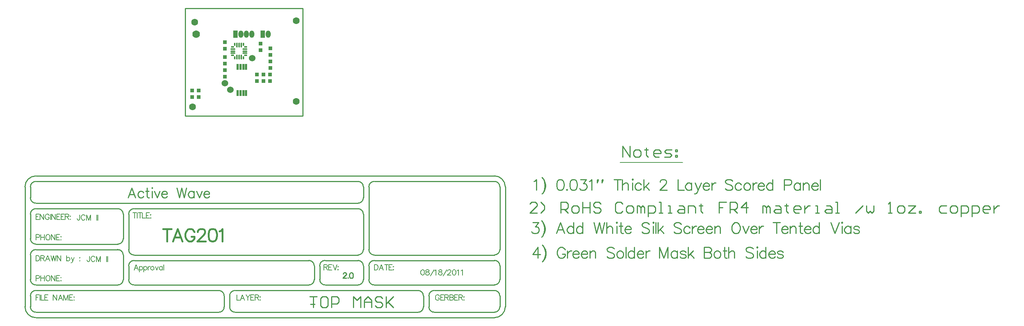
<source format=gts>
%FSLAX25Y25*%
%MOIN*%
G70*
G01*
G75*
G04 Layer_Color=8388736*
%ADD10R,0.03000X0.03000*%
%ADD11C,0.05000*%
%ADD12R,0.01550X0.05000*%
G04:AMPARAMS|DCode=13|XSize=39.37mil|YSize=9.84mil|CornerRadius=2.46mil|HoleSize=0mil|Usage=FLASHONLY|Rotation=0.000|XOffset=0mil|YOffset=0mil|HoleType=Round|Shape=RoundedRectangle|*
%AMROUNDEDRECTD13*
21,1,0.03937,0.00492,0,0,0.0*
21,1,0.03445,0.00984,0,0,0.0*
1,1,0.00492,0.01722,-0.00246*
1,1,0.00492,-0.01722,-0.00246*
1,1,0.00492,-0.01722,0.00246*
1,1,0.00492,0.01722,0.00246*
%
%ADD13ROUNDEDRECTD13*%
G04:AMPARAMS|DCode=14|XSize=39.37mil|YSize=9.84mil|CornerRadius=2.46mil|HoleSize=0mil|Usage=FLASHONLY|Rotation=90.000|XOffset=0mil|YOffset=0mil|HoleType=Round|Shape=RoundedRectangle|*
%AMROUNDEDRECTD14*
21,1,0.03937,0.00492,0,0,90.0*
21,1,0.03445,0.00984,0,0,90.0*
1,1,0.00492,0.00246,0.01722*
1,1,0.00492,0.00246,-0.01722*
1,1,0.00492,-0.00246,-0.01722*
1,1,0.00492,-0.00246,0.01722*
%
%ADD14ROUNDEDRECTD14*%
G04:AMPARAMS|DCode=15|XSize=25.59mil|YSize=9.84mil|CornerRadius=0mil|HoleSize=0mil|Usage=FLASHONLY|Rotation=90.000|XOffset=0mil|YOffset=0mil|HoleType=Round|Shape=Octagon|*
%AMOCTAGOND15*
4,1,8,0.00246,0.01280,-0.00246,0.01280,-0.00492,0.01034,-0.00492,-0.01034,-0.00246,-0.01280,0.00246,-0.01280,0.00492,-0.01034,0.00492,0.01034,0.00246,0.01280,0.0*
%
%ADD15OCTAGOND15*%

G04:AMPARAMS|DCode=16|XSize=25.59mil|YSize=9.84mil|CornerRadius=0mil|HoleSize=0mil|Usage=FLASHONLY|Rotation=180.000|XOffset=0mil|YOffset=0mil|HoleType=Round|Shape=Octagon|*
%AMOCTAGOND16*
4,1,8,-0.01280,0.00246,-0.01280,-0.00246,-0.01034,-0.00492,0.01034,-0.00492,0.01280,-0.00246,0.01280,0.00246,0.01034,0.00492,-0.01034,0.00492,-0.01280,0.00246,0.0*
%
%ADD16OCTAGOND16*%

%ADD17C,0.01000*%
%ADD18C,0.00800*%
%ADD19C,0.01200*%
%ADD20C,0.02000*%
%ADD21C,0.00500*%
%ADD22C,0.01500*%
%ADD23C,0.00900*%
%ADD24C,0.05200*%
%ADD25R,0.04000X0.06200*%
%ADD26O,0.04000X0.06200*%
%ADD27C,0.05500*%
%ADD28C,0.02600*%
%ADD29R,0.13000X0.34000*%
%ADD30C,0.06000*%
%ADD31C,0.07000*%
%ADD32R,0.03800X0.03800*%
%ADD33C,0.05800*%
%ADD34R,0.01850X0.05300*%
G04:AMPARAMS|DCode=35|XSize=43.37mil|YSize=13.84mil|CornerRadius=4.46mil|HoleSize=0mil|Usage=FLASHONLY|Rotation=0.000|XOffset=0mil|YOffset=0mil|HoleType=Round|Shape=RoundedRectangle|*
%AMROUNDEDRECTD35*
21,1,0.04337,0.00492,0,0,0.0*
21,1,0.03445,0.01384,0,0,0.0*
1,1,0.00892,0.01722,-0.00246*
1,1,0.00892,-0.01722,-0.00246*
1,1,0.00892,-0.01722,0.00246*
1,1,0.00892,0.01722,0.00246*
%
%ADD35ROUNDEDRECTD35*%
G04:AMPARAMS|DCode=36|XSize=43.37mil|YSize=13.84mil|CornerRadius=4.46mil|HoleSize=0mil|Usage=FLASHONLY|Rotation=90.000|XOffset=0mil|YOffset=0mil|HoleType=Round|Shape=RoundedRectangle|*
%AMROUNDEDRECTD36*
21,1,0.04337,0.00492,0,0,90.0*
21,1,0.03445,0.01384,0,0,90.0*
1,1,0.00892,0.00246,0.01722*
1,1,0.00892,0.00246,-0.01722*
1,1,0.00892,-0.00246,-0.01722*
1,1,0.00892,-0.00246,0.01722*
%
%ADD36ROUNDEDRECTD36*%
G04:AMPARAMS|DCode=37|XSize=29.19mil|YSize=13.44mil|CornerRadius=0mil|HoleSize=0mil|Usage=FLASHONLY|Rotation=90.000|XOffset=0mil|YOffset=0mil|HoleType=Round|Shape=Octagon|*
%AMOCTAGOND37*
4,1,8,0.00336,0.01460,-0.00336,0.01460,-0.00672,0.01124,-0.00672,-0.01124,-0.00336,-0.01460,0.00336,-0.01460,0.00672,-0.01124,0.00672,0.01124,0.00336,0.01460,0.0*
%
%ADD37OCTAGOND37*%

G04:AMPARAMS|DCode=38|XSize=29.19mil|YSize=13.44mil|CornerRadius=0mil|HoleSize=0mil|Usage=FLASHONLY|Rotation=180.000|XOffset=0mil|YOffset=0mil|HoleType=Round|Shape=Octagon|*
%AMOCTAGOND38*
4,1,8,-0.01460,0.00336,-0.01460,-0.00336,-0.01124,-0.00672,0.01124,-0.00672,0.01460,-0.00336,0.01460,0.00336,0.01124,0.00672,-0.01124,0.00672,-0.01460,0.00336,0.0*
%
%ADD38OCTAGOND38*%

%ADD39R,0.04400X0.06600*%
%ADD40O,0.04400X0.06600*%
%ADD41C,0.06300*%
D17*
X114200Y-165503D02*
X120864D01*
X117532D01*
Y-175500D01*
X129195Y-165503D02*
X125863D01*
X124197Y-167169D01*
Y-173834D01*
X125863Y-175500D01*
X129195D01*
X130861Y-173834D01*
Y-167169D01*
X129195Y-165503D01*
X134194Y-175500D02*
Y-165503D01*
X139192D01*
X140858Y-167169D01*
Y-170502D01*
X139192Y-172168D01*
X134194D01*
X154187Y-175500D02*
Y-165503D01*
X157519Y-168835D01*
X160852Y-165503D01*
Y-175500D01*
X164184D02*
Y-168835D01*
X167516Y-165503D01*
X170848Y-168835D01*
Y-175500D01*
Y-170502D01*
X164184D01*
X180845Y-167169D02*
X179179Y-165503D01*
X175847D01*
X174181Y-167169D01*
Y-168835D01*
X175847Y-170502D01*
X179179D01*
X180845Y-172168D01*
Y-173834D01*
X179179Y-175500D01*
X175847D01*
X174181Y-173834D01*
X184177Y-165503D02*
Y-175500D01*
Y-172168D01*
X190842Y-165503D01*
X185844Y-170502D01*
X190842Y-175500D01*
X0Y98803D02*
X107753D01*
Y-100D02*
Y98803D01*
X114695Y-172498D02*
X118632D01*
X0Y-100D02*
Y98800D01*
Y-100D02*
X107753D01*
X288306Y-137340D02*
G03*
X283406Y-132440I-4900J0D01*
G01*
X173240Y-132514D02*
G03*
X168240Y-137514I0J-5000D01*
G01*
X283306Y-127440D02*
G03*
X288306Y-122440I0J5000D01*
G01*
X168240Y-122514D02*
G03*
X173240Y-127514I5000J0D01*
G01*
X-136760Y-55014D02*
G03*
X-146760Y-65014I0J-10000D01*
G01*
Y-174914D02*
G03*
X-136837Y-185012I10100J0D01*
G01*
X293238Y-64957D02*
G03*
X283238Y-54957I-10000J0D01*
G01*
X288238Y-64857D02*
G03*
X283167Y-59960I-4900J0D01*
G01*
X283306Y-154940D02*
G03*
X288306Y-149940I0J5000D01*
G01*
X288240Y-164927D02*
G03*
X283240Y-160013I-5000J-87D01*
G01*
X158240Y-155014D02*
G03*
X163240Y-150014I0J5000D01*
G01*
X168240Y-150114D02*
G03*
X173225Y-155013I4900J0D01*
G01*
X163240Y-137414D02*
G03*
X158340Y-132514I-4900J0D01*
G01*
X-141760Y-175014D02*
G03*
X-136848Y-180013I5000J0D01*
G01*
X158327Y-127514D02*
G03*
X163241Y-122514I-87J5000D01*
G01*
X-136760Y-160014D02*
G03*
X-141760Y-165014I0J-5000D01*
G01*
X163240Y-90014D02*
G03*
X158240Y-85014I-5000J0D01*
G01*
Y-80014D02*
G03*
X163240Y-75014I0J5000D01*
G01*
X173240Y-60014D02*
G03*
X168240Y-65014I0J-5000D01*
G01*
X163240Y-65014D02*
G03*
X158240Y-60014I-5000J0D01*
G01*
X-136760Y-60014D02*
G03*
X-141760Y-65014I0J-5000D01*
G01*
Y-75014D02*
G03*
X-136760Y-80014I5000J0D01*
G01*
Y-85014D02*
G03*
X-141760Y-90014I0J-5000D01*
G01*
Y-112514D02*
G03*
X-136760Y-117514I5000J0D01*
G01*
Y-122514D02*
G03*
X-141760Y-127514I0J-5000D01*
G01*
X-141760Y-150014D02*
G03*
X-136848Y-155013I5000J0D01*
G01*
X-46760Y-85014D02*
G03*
X-51760Y-90014I0J-5000D01*
G01*
X-46760Y-132514D02*
G03*
X-51760Y-137514I0J-5000D01*
G01*
X128040Y-132514D02*
G03*
X123246Y-137565I0J-4800D01*
G01*
X123240Y-149914D02*
G03*
X128251Y-155013I5100J0D01*
G01*
X113340Y-155014D02*
G03*
X118239Y-150029I0J4900D01*
G01*
X118240Y-137414D02*
G03*
X113340Y-132514I-4900J0D01*
G01*
X-61660Y-155014D02*
G03*
X-56760Y-150114I0J4900D01*
G01*
X-51760D02*
G03*
X-46860Y-155014I4900J0D01*
G01*
X-51760Y-122614D02*
G03*
X-46860Y-127514I4900J0D01*
G01*
X-56760Y-127414D02*
G03*
X-61831Y-122517I-4900J0D01*
G01*
X-61560Y-117514D02*
G03*
X-56760Y-112714I0J4800D01*
G01*
Y-89914D02*
G03*
X-61660Y-85014I-4900J0D01*
G01*
X228240Y-160014D02*
G03*
X223240Y-165014I0J-5000D01*
G01*
Y-175114D02*
G03*
X228225Y-180013I4900J0D01*
G01*
X213356Y-180014D02*
G03*
X218238Y-175047I84J4800D01*
G01*
X218240Y-165014D02*
G03*
X213240Y-160014I-5000J0D01*
G01*
X40740Y-175014D02*
G03*
X45652Y-180013I5000J0D01*
G01*
X45740Y-160014D02*
G03*
X40740Y-165014I0J-5000D01*
G01*
X30856Y-180014D02*
G03*
X35738Y-175047I84J4800D01*
G01*
X35740Y-165014D02*
G03*
X30740Y-160014I-5000J0D01*
G01*
X283240Y-180014D02*
G03*
X288240Y-175014I0J5000D01*
G01*
X283240Y-185014D02*
G03*
X293240Y-175014I0J10000D01*
G01*
X45740Y-180014D02*
X213240D01*
X-136760Y-180014D02*
X30740D01*
X-136760Y-160014D02*
X30740D01*
X45740D02*
X213240D01*
X228240Y-180014D02*
X283240D01*
X228240Y-160014D02*
X283240D01*
X-136760Y-60014D02*
X158240D01*
X-136760Y-185014D02*
X283240D01*
X-136760Y-155014D02*
X-61760D01*
X-136760Y-122514D02*
X-61760D01*
X-136760Y-117514D02*
X-61760D01*
X-136760Y-85014D02*
X-61760D01*
X-136760Y-80014D02*
X158240D01*
X-46760Y-85014D02*
X158240D01*
X-46760Y-132514D02*
X113240D01*
X-46760Y-155014D02*
X113240D01*
X128240D02*
X158240D01*
X128240Y-132514D02*
X158240D01*
X173240Y-155014D02*
X283240D01*
X173240Y-60014D02*
X283240D01*
X-46760Y-127514D02*
X158240D01*
X173240D02*
X283240D01*
X173240Y-132514D02*
X283240D01*
X35740Y-175014D02*
Y-165014D01*
X40740Y-175014D02*
Y-165014D01*
X218240Y-175014D02*
Y-165014D01*
X223240Y-175014D02*
Y-165014D01*
X293240Y-175014D02*
Y-65014D01*
X-141760Y-150014D02*
Y-127514D01*
X-56760Y-150014D02*
Y-127514D01*
X-141760Y-112514D02*
Y-90014D01*
X-56760Y-112514D02*
Y-90014D01*
X-141760Y-75014D02*
Y-65014D01*
X163240Y-75014D02*
Y-65014D01*
Y-122514D02*
Y-90014D01*
X-51760Y-122514D02*
Y-90014D01*
X118240Y-150014D02*
Y-137514D01*
X-51760Y-150014D02*
Y-137514D01*
X123240Y-150014D02*
Y-137514D01*
X163240Y-150014D02*
Y-137514D01*
X-141760Y-175014D02*
Y-165014D01*
X-146760Y-175014D02*
Y-65014D01*
X168240Y-122514D02*
Y-65014D01*
X288240Y-122514D02*
Y-65014D01*
X168240Y-150014D02*
Y-137514D01*
X288306Y-149940D02*
Y-137340D01*
X-136760Y-55014D02*
X283240D01*
X288240Y-175014D02*
Y-165014D01*
X323027Y-120328D02*
X318266Y-126993D01*
X325408D01*
X323027Y-120328D02*
Y-130326D01*
X327169Y-118424D02*
X328121Y-119376D01*
X329073Y-120804D01*
X330026Y-122709D01*
X330502Y-125089D01*
Y-126993D01*
X330026Y-129374D01*
X329073Y-131278D01*
X328121Y-132706D01*
X327169Y-133659D01*
X328121Y-119376D02*
X329073Y-121280D01*
X329549Y-122709D01*
X330026Y-125089D01*
Y-126993D01*
X329549Y-129374D01*
X329073Y-130802D01*
X328121Y-132706D01*
X347926Y-122709D02*
X347450Y-121756D01*
X346498Y-120804D01*
X345546Y-120328D01*
X343642D01*
X342689Y-120804D01*
X341737Y-121756D01*
X341261Y-122709D01*
X340785Y-124137D01*
Y-126517D01*
X341261Y-127945D01*
X341737Y-128898D01*
X342689Y-129850D01*
X343642Y-130326D01*
X345546D01*
X346498Y-129850D01*
X347450Y-128898D01*
X347926Y-127945D01*
Y-126517D01*
X345546D02*
X347926D01*
X350212Y-123661D02*
Y-130326D01*
Y-126517D02*
X350688Y-125089D01*
X351640Y-124137D01*
X352592Y-123661D01*
X354020D01*
X354925Y-126517D02*
X360638D01*
Y-125565D01*
X360162Y-124613D01*
X359686Y-124137D01*
X358734Y-123661D01*
X357305D01*
X356353Y-124137D01*
X355401Y-125089D01*
X354925Y-126517D01*
Y-127470D01*
X355401Y-128898D01*
X356353Y-129850D01*
X357305Y-130326D01*
X358734D01*
X359686Y-129850D01*
X360638Y-128898D01*
X362780Y-126517D02*
X368494D01*
Y-125565D01*
X368017Y-124613D01*
X367541Y-124137D01*
X366589Y-123661D01*
X365161D01*
X364209Y-124137D01*
X363257Y-125089D01*
X362780Y-126517D01*
Y-127470D01*
X363257Y-128898D01*
X364209Y-129850D01*
X365161Y-130326D01*
X366589D01*
X367541Y-129850D01*
X368494Y-128898D01*
X370636Y-123661D02*
Y-130326D01*
Y-125565D02*
X372064Y-124137D01*
X373016Y-123661D01*
X374445D01*
X375397Y-124137D01*
X375873Y-125565D01*
Y-130326D01*
X393012Y-121756D02*
X392060Y-120804D01*
X390632Y-120328D01*
X388727D01*
X387299Y-120804D01*
X386347Y-121756D01*
Y-122709D01*
X386823Y-123661D01*
X387299Y-124137D01*
X388251Y-124613D01*
X391108Y-125565D01*
X392060Y-126041D01*
X392536Y-126517D01*
X393012Y-127470D01*
Y-128898D01*
X392060Y-129850D01*
X390632Y-130326D01*
X388727D01*
X387299Y-129850D01*
X386347Y-128898D01*
X397630Y-123661D02*
X396678Y-124137D01*
X395726Y-125089D01*
X395250Y-126517D01*
Y-127470D01*
X395726Y-128898D01*
X396678Y-129850D01*
X397630Y-130326D01*
X399058D01*
X400010Y-129850D01*
X400963Y-128898D01*
X401439Y-127470D01*
Y-126517D01*
X400963Y-125089D01*
X400010Y-124137D01*
X399058Y-123661D01*
X397630D01*
X403629Y-120328D02*
Y-130326D01*
X411437Y-120328D02*
Y-130326D01*
Y-125089D02*
X410485Y-124137D01*
X409532Y-123661D01*
X408104D01*
X407152Y-124137D01*
X406200Y-125089D01*
X405724Y-126517D01*
Y-127470D01*
X406200Y-128898D01*
X407152Y-129850D01*
X408104Y-130326D01*
X409532D01*
X410485Y-129850D01*
X411437Y-128898D01*
X414103Y-126517D02*
X419816D01*
Y-125565D01*
X419340Y-124613D01*
X418864Y-124137D01*
X417911Y-123661D01*
X416483D01*
X415531Y-124137D01*
X414579Y-125089D01*
X414103Y-126517D01*
Y-127470D01*
X414579Y-128898D01*
X415531Y-129850D01*
X416483Y-130326D01*
X417911D01*
X418864Y-129850D01*
X419816Y-128898D01*
X421958Y-123661D02*
Y-130326D01*
Y-126517D02*
X422434Y-125089D01*
X423386Y-124137D01*
X424339Y-123661D01*
X425767D01*
X434527Y-120328D02*
Y-130326D01*
Y-120328D02*
X438336Y-130326D01*
X442144Y-120328D02*
X438336Y-130326D01*
X442144Y-120328D02*
Y-130326D01*
X450714Y-123661D02*
Y-130326D01*
Y-125089D02*
X449762Y-124137D01*
X448810Y-123661D01*
X447381D01*
X446429Y-124137D01*
X445477Y-125089D01*
X445001Y-126517D01*
Y-127470D01*
X445477Y-128898D01*
X446429Y-129850D01*
X447381Y-130326D01*
X448810D01*
X449762Y-129850D01*
X450714Y-128898D01*
X458617Y-125089D02*
X458141Y-124137D01*
X456713Y-123661D01*
X455284D01*
X453856Y-124137D01*
X453380Y-125089D01*
X453856Y-126041D01*
X454808Y-126517D01*
X457189Y-126993D01*
X458141Y-127470D01*
X458617Y-128422D01*
Y-128898D01*
X458141Y-129850D01*
X456713Y-130326D01*
X455284D01*
X453856Y-129850D01*
X453380Y-128898D01*
X460712Y-120328D02*
Y-130326D01*
X465473Y-123661D02*
X460712Y-128422D01*
X462616Y-126517D02*
X465949Y-130326D01*
X475375Y-120328D02*
Y-130326D01*
Y-120328D02*
X479660D01*
X481088Y-120804D01*
X481565Y-121280D01*
X482041Y-122232D01*
Y-123185D01*
X481565Y-124137D01*
X481088Y-124613D01*
X479660Y-125089D01*
X475375D02*
X479660D01*
X481088Y-125565D01*
X481565Y-126041D01*
X482041Y-126993D01*
Y-128422D01*
X481565Y-129374D01*
X481088Y-129850D01*
X479660Y-130326D01*
X475375D01*
X486659Y-123661D02*
X485707Y-124137D01*
X484754Y-125089D01*
X484278Y-126517D01*
Y-127470D01*
X484754Y-128898D01*
X485707Y-129850D01*
X486659Y-130326D01*
X488087D01*
X489039Y-129850D01*
X489991Y-128898D01*
X490467Y-127470D01*
Y-126517D01*
X489991Y-125089D01*
X489039Y-124137D01*
X488087Y-123661D01*
X486659D01*
X494086Y-120328D02*
Y-128422D01*
X494562Y-129850D01*
X495514Y-130326D01*
X496466D01*
X492657Y-123661D02*
X495990D01*
X497894Y-120328D02*
Y-130326D01*
Y-125565D02*
X499323Y-124137D01*
X500275Y-123661D01*
X501703D01*
X502655Y-124137D01*
X503131Y-125565D01*
Y-130326D01*
X520270Y-121756D02*
X519318Y-120804D01*
X517890Y-120328D01*
X515986D01*
X514557Y-120804D01*
X513605Y-121756D01*
Y-122709D01*
X514081Y-123661D01*
X514557Y-124137D01*
X515510Y-124613D01*
X518366Y-125565D01*
X519318Y-126041D01*
X519794Y-126517D01*
X520270Y-127470D01*
Y-128898D01*
X519318Y-129850D01*
X517890Y-130326D01*
X515986D01*
X514557Y-129850D01*
X513605Y-128898D01*
X523460Y-120328D02*
X523936Y-120804D01*
X524412Y-120328D01*
X523936Y-119852D01*
X523460Y-120328D01*
X523936Y-123661D02*
Y-130326D01*
X531887Y-120328D02*
Y-130326D01*
Y-125089D02*
X530935Y-124137D01*
X529983Y-123661D01*
X528554D01*
X527602Y-124137D01*
X526650Y-125089D01*
X526174Y-126517D01*
Y-127470D01*
X526650Y-128898D01*
X527602Y-129850D01*
X528554Y-130326D01*
X529983D01*
X530935Y-129850D01*
X531887Y-128898D01*
X534553Y-126517D02*
X540266D01*
Y-125565D01*
X539790Y-124613D01*
X539314Y-124137D01*
X538362Y-123661D01*
X536934D01*
X535981Y-124137D01*
X535029Y-125089D01*
X534553Y-126517D01*
Y-127470D01*
X535029Y-128898D01*
X535981Y-129850D01*
X536934Y-130326D01*
X538362D01*
X539314Y-129850D01*
X540266Y-128898D01*
X547646Y-125089D02*
X547169Y-124137D01*
X545741Y-123661D01*
X544313D01*
X542885Y-124137D01*
X542409Y-125089D01*
X542885Y-126041D01*
X543837Y-126517D01*
X546217Y-126993D01*
X547169Y-127470D01*
X547646Y-128422D01*
Y-128898D01*
X547169Y-129850D01*
X545741Y-130326D01*
X544313D01*
X542885Y-129850D01*
X542409Y-128898D01*
X400874Y-37626D02*
Y-27629D01*
X407538Y-37626D01*
Y-27629D01*
X412537Y-37626D02*
X415869D01*
X417535Y-35960D01*
Y-32628D01*
X415869Y-30962D01*
X412537D01*
X410871Y-32628D01*
Y-35960D01*
X412537Y-37626D01*
X422533Y-29295D02*
Y-30962D01*
X420867D01*
X424199D01*
X422533D01*
Y-35960D01*
X424199Y-37626D01*
X434196D02*
X430864D01*
X429198Y-35960D01*
Y-32628D01*
X430864Y-30962D01*
X434196D01*
X435862Y-32628D01*
Y-34294D01*
X429198D01*
X439195Y-37626D02*
X444193D01*
X445859Y-35960D01*
X444193Y-34294D01*
X440861D01*
X439195Y-32628D01*
X440861Y-30962D01*
X445859D01*
X449192D02*
X450858D01*
Y-32628D01*
X449192D01*
Y-30962D01*
Y-35960D02*
X450858D01*
Y-37626D01*
X449192D01*
Y-35960D01*
X319372Y-60042D02*
X320324Y-59566D01*
X321753Y-58138D01*
Y-68135D01*
X326704Y-56233D02*
X327656Y-57185D01*
X328608Y-58614D01*
X329560Y-60518D01*
X330037Y-62898D01*
Y-64803D01*
X329560Y-67183D01*
X328608Y-69087D01*
X327656Y-70516D01*
X326704Y-71468D01*
X327656Y-57185D02*
X328608Y-59090D01*
X329084Y-60518D01*
X329560Y-62898D01*
Y-64803D01*
X329084Y-67183D01*
X328608Y-68611D01*
X327656Y-70516D01*
X343177Y-58138D02*
X341748Y-58614D01*
X340796Y-60042D01*
X340320Y-62422D01*
Y-63850D01*
X340796Y-66231D01*
X341748Y-67659D01*
X343177Y-68135D01*
X344129D01*
X345557Y-67659D01*
X346509Y-66231D01*
X346985Y-63850D01*
Y-62422D01*
X346509Y-60042D01*
X345557Y-58614D01*
X344129Y-58138D01*
X343177D01*
X349699Y-67183D02*
X349223Y-67659D01*
X349699Y-68135D01*
X350175Y-67659D01*
X349699Y-67183D01*
X355222Y-58138D02*
X353793Y-58614D01*
X352841Y-60042D01*
X352365Y-62422D01*
Y-63850D01*
X352841Y-66231D01*
X353793Y-67659D01*
X355222Y-68135D01*
X356174D01*
X357602Y-67659D01*
X358554Y-66231D01*
X359030Y-63850D01*
Y-62422D01*
X358554Y-60042D01*
X357602Y-58614D01*
X356174Y-58138D01*
X355222D01*
X362220D02*
X367457D01*
X364601Y-61946D01*
X366029D01*
X366981Y-62422D01*
X367457Y-62898D01*
X367933Y-64327D01*
Y-65279D01*
X367457Y-66707D01*
X366505Y-67659D01*
X365077Y-68135D01*
X363648D01*
X362220Y-67659D01*
X361744Y-67183D01*
X361268Y-66231D01*
X370171Y-60042D02*
X371123Y-59566D01*
X372551Y-58138D01*
Y-68135D01*
X377979Y-58138D02*
X377503Y-58614D01*
Y-61470D01*
X377979Y-58614D02*
X377503Y-61470D01*
X377979Y-58138D02*
X378455Y-58614D01*
X377503Y-61470D01*
X382263Y-58138D02*
X381787Y-58614D01*
Y-61470D01*
X382263Y-58614D02*
X381787Y-61470D01*
X382263Y-58138D02*
X382740Y-58614D01*
X381787Y-61470D01*
X396022Y-58138D02*
Y-68135D01*
X392690Y-58138D02*
X399355D01*
X400545D02*
Y-68135D01*
Y-63374D02*
X401973Y-61946D01*
X402926Y-61470D01*
X404354D01*
X405306Y-61946D01*
X405782Y-63374D01*
Y-68135D01*
X409353Y-58138D02*
X409829Y-58614D01*
X410305Y-58138D01*
X409829Y-57661D01*
X409353Y-58138D01*
X409829Y-61470D02*
Y-68135D01*
X417780Y-62898D02*
X416827Y-61946D01*
X415875Y-61470D01*
X414447D01*
X413495Y-61946D01*
X412543Y-62898D01*
X412067Y-64327D01*
Y-65279D01*
X412543Y-66707D01*
X413495Y-67659D01*
X414447Y-68135D01*
X415875D01*
X416827Y-67659D01*
X417780Y-66707D01*
X419922Y-58138D02*
Y-68135D01*
X424683Y-61470D02*
X419922Y-66231D01*
X421826Y-64327D02*
X425159Y-68135D01*
X435062Y-60518D02*
Y-60042D01*
X435538Y-59090D01*
X436014Y-58614D01*
X436966Y-58138D01*
X438870D01*
X439823Y-58614D01*
X440299Y-59090D01*
X440775Y-60042D01*
Y-60994D01*
X440299Y-61946D01*
X439347Y-63374D01*
X434586Y-68135D01*
X441251D01*
X451344Y-58138D02*
Y-68135D01*
X457057D01*
X463865Y-61470D02*
Y-68135D01*
Y-62898D02*
X462913Y-61946D01*
X461961Y-61470D01*
X460532D01*
X459580Y-61946D01*
X458628Y-62898D01*
X458152Y-64327D01*
Y-65279D01*
X458628Y-66707D01*
X459580Y-67659D01*
X460532Y-68135D01*
X461961D01*
X462913Y-67659D01*
X463865Y-66707D01*
X467007Y-61470D02*
X469864Y-68135D01*
X472720Y-61470D02*
X469864Y-68135D01*
X468912Y-70040D01*
X467959Y-70992D01*
X467007Y-71468D01*
X466531D01*
X474387Y-64327D02*
X480100D01*
Y-63374D01*
X479624Y-62422D01*
X479147Y-61946D01*
X478195Y-61470D01*
X476767D01*
X475815Y-61946D01*
X474863Y-62898D01*
X474387Y-64327D01*
Y-65279D01*
X474863Y-66707D01*
X475815Y-67659D01*
X476767Y-68135D01*
X478195D01*
X479147Y-67659D01*
X480100Y-66707D01*
X482242Y-61470D02*
Y-68135D01*
Y-64327D02*
X482718Y-62898D01*
X483670Y-61946D01*
X484622Y-61470D01*
X486051D01*
X501476Y-59566D02*
X500524Y-58614D01*
X499096Y-58138D01*
X497191D01*
X495763Y-58614D01*
X494811Y-59566D01*
Y-60518D01*
X495287Y-61470D01*
X495763Y-61946D01*
X496715Y-62422D01*
X499572Y-63374D01*
X500524Y-63850D01*
X501000Y-64327D01*
X501476Y-65279D01*
Y-66707D01*
X500524Y-67659D01*
X499096Y-68135D01*
X497191D01*
X495763Y-67659D01*
X494811Y-66707D01*
X509427Y-62898D02*
X508474Y-61946D01*
X507522Y-61470D01*
X506094D01*
X505142Y-61946D01*
X504190Y-62898D01*
X503714Y-64327D01*
Y-65279D01*
X504190Y-66707D01*
X505142Y-67659D01*
X506094Y-68135D01*
X507522D01*
X508474Y-67659D01*
X509427Y-66707D01*
X513949Y-61470D02*
X512997Y-61946D01*
X512045Y-62898D01*
X511569Y-64327D01*
Y-65279D01*
X512045Y-66707D01*
X512997Y-67659D01*
X513949Y-68135D01*
X515378D01*
X516330Y-67659D01*
X517282Y-66707D01*
X517758Y-65279D01*
Y-64327D01*
X517282Y-62898D01*
X516330Y-61946D01*
X515378Y-61470D01*
X513949D01*
X519948D02*
Y-68135D01*
Y-64327D02*
X520424Y-62898D01*
X521377Y-61946D01*
X522329Y-61470D01*
X523757D01*
X524661Y-64327D02*
X530375D01*
Y-63374D01*
X529899Y-62422D01*
X529422Y-61946D01*
X528470Y-61470D01*
X527042D01*
X526090Y-61946D01*
X525138Y-62898D01*
X524661Y-64327D01*
Y-65279D01*
X525138Y-66707D01*
X526090Y-67659D01*
X527042Y-68135D01*
X528470D01*
X529422Y-67659D01*
X530375Y-66707D01*
X538230Y-58138D02*
Y-68135D01*
Y-62898D02*
X537278Y-61946D01*
X536326Y-61470D01*
X534898D01*
X533945Y-61946D01*
X532993Y-62898D01*
X532517Y-64327D01*
Y-65279D01*
X532993Y-66707D01*
X533945Y-67659D01*
X534898Y-68135D01*
X536326D01*
X537278Y-67659D01*
X538230Y-66707D01*
X548752Y-63374D02*
X553036D01*
X554465Y-62898D01*
X554941Y-62422D01*
X555417Y-61470D01*
Y-60042D01*
X554941Y-59090D01*
X554465Y-58614D01*
X553036Y-58138D01*
X548752D01*
Y-68135D01*
X563368Y-61470D02*
Y-68135D01*
Y-62898D02*
X562415Y-61946D01*
X561463Y-61470D01*
X560035D01*
X559083Y-61946D01*
X558131Y-62898D01*
X557654Y-64327D01*
Y-65279D01*
X558131Y-66707D01*
X559083Y-67659D01*
X560035Y-68135D01*
X561463D01*
X562415Y-67659D01*
X563368Y-66707D01*
X566034Y-61470D02*
Y-68135D01*
Y-63374D02*
X567462Y-61946D01*
X568414Y-61470D01*
X569842D01*
X570794Y-61946D01*
X571271Y-63374D01*
Y-68135D01*
X573889Y-64327D02*
X579602D01*
Y-63374D01*
X579126Y-62422D01*
X578650Y-61946D01*
X577698Y-61470D01*
X576269D01*
X575317Y-61946D01*
X574365Y-62898D01*
X573889Y-64327D01*
Y-65279D01*
X574365Y-66707D01*
X575317Y-67659D01*
X576269Y-68135D01*
X577698D01*
X578650Y-67659D01*
X579602Y-66707D01*
X581745Y-58138D02*
Y-68135D01*
X318352Y-97802D02*
X323589D01*
X320733Y-101611D01*
X322161D01*
X323113Y-102087D01*
X323589Y-102563D01*
X324065Y-103991D01*
Y-104944D01*
X323589Y-106372D01*
X322637Y-107324D01*
X321209Y-107800D01*
X319780D01*
X318352Y-107324D01*
X317876Y-106848D01*
X317400Y-105896D01*
X326303Y-95898D02*
X327255Y-96850D01*
X328207Y-98278D01*
X329159Y-100183D01*
X329636Y-102563D01*
Y-104467D01*
X329159Y-106848D01*
X328207Y-108752D01*
X327255Y-110180D01*
X326303Y-111133D01*
X327255Y-96850D02*
X328207Y-98754D01*
X328683Y-100183D01*
X329159Y-102563D01*
Y-104467D01*
X328683Y-106848D01*
X328207Y-108276D01*
X327255Y-110180D01*
X347536Y-107800D02*
X343728Y-97802D01*
X339919Y-107800D01*
X341347Y-104467D02*
X346108D01*
X355582Y-97802D02*
Y-107800D01*
Y-102563D02*
X354630Y-101611D01*
X353678Y-101135D01*
X352250D01*
X351297Y-101611D01*
X350345Y-102563D01*
X349869Y-103991D01*
Y-104944D01*
X350345Y-106372D01*
X351297Y-107324D01*
X352250Y-107800D01*
X353678D01*
X354630Y-107324D01*
X355582Y-106372D01*
X363962Y-97802D02*
Y-107800D01*
Y-102563D02*
X363009Y-101611D01*
X362057Y-101135D01*
X360629D01*
X359677Y-101611D01*
X358724Y-102563D01*
X358248Y-103991D01*
Y-104944D01*
X358724Y-106372D01*
X359677Y-107324D01*
X360629Y-107800D01*
X362057D01*
X363009Y-107324D01*
X363962Y-106372D01*
X374483Y-97802D02*
X376864Y-107800D01*
X379244Y-97802D02*
X376864Y-107800D01*
X379244Y-97802D02*
X381624Y-107800D01*
X384005Y-97802D02*
X381624Y-107800D01*
X386004Y-97802D02*
Y-107800D01*
Y-103039D02*
X387433Y-101611D01*
X388385Y-101135D01*
X389813D01*
X390765Y-101611D01*
X391241Y-103039D01*
Y-107800D01*
X394812Y-97802D02*
X395288Y-98278D01*
X395764Y-97802D01*
X395288Y-97326D01*
X394812Y-97802D01*
X395288Y-101135D02*
Y-107800D01*
X398954Y-97802D02*
Y-105896D01*
X399430Y-107324D01*
X400382Y-107800D01*
X401334D01*
X397526Y-101135D02*
X400858D01*
X402763Y-103991D02*
X408476D01*
Y-103039D01*
X408000Y-102087D01*
X407523Y-101611D01*
X406571Y-101135D01*
X405143D01*
X404191Y-101611D01*
X403239Y-102563D01*
X402763Y-103991D01*
Y-104944D01*
X403239Y-106372D01*
X404191Y-107324D01*
X405143Y-107800D01*
X406571D01*
X407523Y-107324D01*
X408476Y-106372D01*
X425139Y-99230D02*
X424187Y-98278D01*
X422758Y-97802D01*
X420854D01*
X419426Y-98278D01*
X418474Y-99230D01*
Y-100183D01*
X418950Y-101135D01*
X419426Y-101611D01*
X420378Y-102087D01*
X423235Y-103039D01*
X424187Y-103515D01*
X424663Y-103991D01*
X425139Y-104944D01*
Y-106372D01*
X424187Y-107324D01*
X422758Y-107800D01*
X420854D01*
X419426Y-107324D01*
X418474Y-106372D01*
X428329Y-97802D02*
X428805Y-98278D01*
X429281Y-97802D01*
X428805Y-97326D01*
X428329Y-97802D01*
X428805Y-101135D02*
Y-107800D01*
X431042Y-97802D02*
Y-107800D01*
X433137Y-97802D02*
Y-107800D01*
X437898Y-101135D02*
X433137Y-105896D01*
X435041Y-103991D02*
X438374Y-107800D01*
X454466Y-99230D02*
X453514Y-98278D01*
X452085Y-97802D01*
X450181D01*
X448753Y-98278D01*
X447801Y-99230D01*
Y-100183D01*
X448277Y-101135D01*
X448753Y-101611D01*
X449705Y-102087D01*
X452562Y-103039D01*
X453514Y-103515D01*
X453990Y-103991D01*
X454466Y-104944D01*
Y-106372D01*
X453514Y-107324D01*
X452085Y-107800D01*
X450181D01*
X448753Y-107324D01*
X447801Y-106372D01*
X462417Y-102563D02*
X461464Y-101611D01*
X460512Y-101135D01*
X459084D01*
X458132Y-101611D01*
X457180Y-102563D01*
X456704Y-103991D01*
Y-104944D01*
X457180Y-106372D01*
X458132Y-107324D01*
X459084Y-107800D01*
X460512D01*
X461464Y-107324D01*
X462417Y-106372D01*
X464559Y-101135D02*
Y-107800D01*
Y-103991D02*
X465035Y-102563D01*
X465987Y-101611D01*
X466939Y-101135D01*
X468368D01*
X469272Y-103991D02*
X474985D01*
Y-103039D01*
X474509Y-102087D01*
X474033Y-101611D01*
X473081Y-101135D01*
X471653D01*
X470701Y-101611D01*
X469748Y-102563D01*
X469272Y-103991D01*
Y-104944D01*
X469748Y-106372D01*
X470701Y-107324D01*
X471653Y-107800D01*
X473081D01*
X474033Y-107324D01*
X474985Y-106372D01*
X477128Y-103991D02*
X482841D01*
Y-103039D01*
X482365Y-102087D01*
X481889Y-101611D01*
X480936Y-101135D01*
X479508D01*
X478556Y-101611D01*
X477604Y-102563D01*
X477128Y-103991D01*
Y-104944D01*
X477604Y-106372D01*
X478556Y-107324D01*
X479508Y-107800D01*
X480936D01*
X481889Y-107324D01*
X482841Y-106372D01*
X484983Y-101135D02*
Y-107800D01*
Y-103039D02*
X486411Y-101611D01*
X487364Y-101135D01*
X488792D01*
X489744Y-101611D01*
X490220Y-103039D01*
Y-107800D01*
X503551Y-97802D02*
X502598Y-98278D01*
X501646Y-99230D01*
X501170Y-100183D01*
X500694Y-101611D01*
Y-103991D01*
X501170Y-105420D01*
X501646Y-106372D01*
X502598Y-107324D01*
X503551Y-107800D01*
X505455D01*
X506407Y-107324D01*
X507359Y-106372D01*
X507835Y-105420D01*
X508312Y-103991D01*
Y-101611D01*
X507835Y-100183D01*
X507359Y-99230D01*
X506407Y-98278D01*
X505455Y-97802D01*
X503551D01*
X510644Y-101135D02*
X513501Y-107800D01*
X516357Y-101135D02*
X513501Y-107800D01*
X517976Y-103991D02*
X523689D01*
Y-103039D01*
X523213Y-102087D01*
X522737Y-101611D01*
X521785Y-101135D01*
X520357D01*
X519404Y-101611D01*
X518452Y-102563D01*
X517976Y-103991D01*
Y-104944D01*
X518452Y-106372D01*
X519404Y-107324D01*
X520357Y-107800D01*
X521785D01*
X522737Y-107324D01*
X523689Y-106372D01*
X525832Y-101135D02*
Y-107800D01*
Y-103991D02*
X526308Y-102563D01*
X527260Y-101611D01*
X528212Y-101135D01*
X529640D01*
X541733Y-97802D02*
Y-107800D01*
X538400Y-97802D02*
X545065D01*
X546256Y-103991D02*
X551969D01*
Y-103039D01*
X551493Y-102087D01*
X551017Y-101611D01*
X550064Y-101135D01*
X548636D01*
X547684Y-101611D01*
X546732Y-102563D01*
X546256Y-103991D01*
Y-104944D01*
X546732Y-106372D01*
X547684Y-107324D01*
X548636Y-107800D01*
X550064D01*
X551017Y-107324D01*
X551969Y-106372D01*
X554111Y-101135D02*
Y-107800D01*
Y-103039D02*
X555540Y-101611D01*
X556492Y-101135D01*
X557920D01*
X558872Y-101611D01*
X559348Y-103039D01*
Y-107800D01*
X563395Y-97802D02*
Y-105896D01*
X563871Y-107324D01*
X564823Y-107800D01*
X565775D01*
X561967Y-101135D02*
X565299D01*
X567204Y-103991D02*
X572917D01*
Y-103039D01*
X572441Y-102087D01*
X571965Y-101611D01*
X571012Y-101135D01*
X569584D01*
X568632Y-101611D01*
X567680Y-102563D01*
X567204Y-103991D01*
Y-104944D01*
X567680Y-106372D01*
X568632Y-107324D01*
X569584Y-107800D01*
X571012D01*
X571965Y-107324D01*
X572917Y-106372D01*
X580772Y-97802D02*
Y-107800D01*
Y-102563D02*
X579820Y-101611D01*
X578868Y-101135D01*
X577439D01*
X576487Y-101611D01*
X575535Y-102563D01*
X575059Y-103991D01*
Y-104944D01*
X575535Y-106372D01*
X576487Y-107324D01*
X577439Y-107800D01*
X578868D01*
X579820Y-107324D01*
X580772Y-106372D01*
X591294Y-97802D02*
X595102Y-107800D01*
X598911Y-97802D02*
X595102Y-107800D01*
X601149Y-97802D02*
X601625Y-98278D01*
X602101Y-97802D01*
X601625Y-97326D01*
X601149Y-97802D01*
X601625Y-101135D02*
Y-107800D01*
X609576Y-101135D02*
Y-107800D01*
Y-102563D02*
X608623Y-101611D01*
X607671Y-101135D01*
X606243D01*
X605291Y-101611D01*
X604339Y-102563D01*
X603862Y-103991D01*
Y-104944D01*
X604339Y-106372D01*
X605291Y-107324D01*
X606243Y-107800D01*
X607671D01*
X608623Y-107324D01*
X609576Y-106372D01*
X617479Y-102563D02*
X617002Y-101611D01*
X615574Y-101135D01*
X614146D01*
X612718Y-101611D01*
X612242Y-102563D01*
X612718Y-103515D01*
X613670Y-103991D01*
X616050Y-104467D01*
X617002Y-104944D01*
X617479Y-105896D01*
Y-106372D01*
X617002Y-107324D01*
X615574Y-107800D01*
X614146D01*
X612718Y-107324D01*
X612242Y-106372D01*
X322463Y-88942D02*
X315798D01*
X322463Y-82278D01*
Y-80612D01*
X320797Y-78946D01*
X317465D01*
X315798Y-80612D01*
X325795Y-88942D02*
X329128Y-85610D01*
Y-82278D01*
X325795Y-78946D01*
X344123Y-88942D02*
Y-78946D01*
X349121D01*
X350787Y-80612D01*
Y-83944D01*
X349121Y-85610D01*
X344123D01*
X347455D02*
X350787Y-88942D01*
X355785D02*
X359118D01*
X360784Y-87276D01*
Y-83944D01*
X359118Y-82278D01*
X355785D01*
X354119Y-83944D01*
Y-87276D01*
X355785Y-88942D01*
X364116Y-78946D02*
Y-88942D01*
Y-83944D01*
X370781D01*
Y-78946D01*
Y-88942D01*
X380777Y-80612D02*
X379111Y-78946D01*
X375779D01*
X374113Y-80612D01*
Y-82278D01*
X375779Y-83944D01*
X379111D01*
X380777Y-85610D01*
Y-87276D01*
X379111Y-88942D01*
X375779D01*
X374113Y-87276D01*
X400771Y-80612D02*
X399105Y-78946D01*
X395773D01*
X394107Y-80612D01*
Y-87276D01*
X395773Y-88942D01*
X399105D01*
X400771Y-87276D01*
X405769Y-88942D02*
X409102D01*
X410768Y-87276D01*
Y-83944D01*
X409102Y-82278D01*
X405769D01*
X404103Y-83944D01*
Y-87276D01*
X405769Y-88942D01*
X414100D02*
Y-82278D01*
X415766D01*
X417432Y-83944D01*
Y-88942D01*
Y-83944D01*
X419098Y-82278D01*
X420764Y-83944D01*
Y-88942D01*
X424097Y-92275D02*
Y-82278D01*
X429095D01*
X430761Y-83944D01*
Y-87276D01*
X429095Y-88942D01*
X424097D01*
X434094D02*
X437426D01*
X435760D01*
Y-78946D01*
X434094D01*
X442424Y-88942D02*
X445756D01*
X444090D01*
Y-82278D01*
X442424D01*
X452421D02*
X455753D01*
X457419Y-83944D01*
Y-88942D01*
X452421D01*
X450755Y-87276D01*
X452421Y-85610D01*
X457419D01*
X460752Y-88942D02*
Y-82278D01*
X465750D01*
X467416Y-83944D01*
Y-88942D01*
X472414Y-80612D02*
Y-82278D01*
X470748D01*
X474081D01*
X472414D01*
Y-87276D01*
X474081Y-88942D01*
X495740Y-78946D02*
X489076D01*
Y-83944D01*
X492408D01*
X489076D01*
Y-88942D01*
X499073D02*
Y-78946D01*
X504071D01*
X505737Y-80612D01*
Y-83944D01*
X504071Y-85610D01*
X499073D01*
X502405D02*
X505737Y-88942D01*
X514068D02*
Y-78946D01*
X509069Y-83944D01*
X515734D01*
X529063Y-88942D02*
Y-82278D01*
X530729D01*
X532395Y-83944D01*
Y-88942D01*
Y-83944D01*
X534061Y-82278D01*
X535727Y-83944D01*
Y-88942D01*
X540726Y-82278D02*
X544058D01*
X545724Y-83944D01*
Y-88942D01*
X540726D01*
X539060Y-87276D01*
X540726Y-85610D01*
X545724D01*
X550723Y-80612D02*
Y-82278D01*
X549056D01*
X552389D01*
X550723D01*
Y-87276D01*
X552389Y-88942D01*
X562385D02*
X559053D01*
X557387Y-87276D01*
Y-83944D01*
X559053Y-82278D01*
X562385D01*
X564051Y-83944D01*
Y-85610D01*
X557387D01*
X567384Y-82278D02*
Y-88942D01*
Y-85610D01*
X569050Y-83944D01*
X570716Y-82278D01*
X572382D01*
X577381Y-88942D02*
X580713D01*
X579047D01*
Y-82278D01*
X577381D01*
X587377D02*
X590710D01*
X592376Y-83944D01*
Y-88942D01*
X587377D01*
X585711Y-87276D01*
X587377Y-85610D01*
X592376D01*
X595708Y-88942D02*
X599040D01*
X597374D01*
Y-78946D01*
X595708D01*
X614035Y-88942D02*
X620700Y-82278D01*
X624032D02*
Y-87276D01*
X625698Y-88942D01*
X627364Y-87276D01*
X629031Y-88942D01*
X630697Y-87276D01*
Y-82278D01*
X644026Y-88942D02*
X647358D01*
X645692D01*
Y-78946D01*
X644026Y-80612D01*
X654023Y-88942D02*
X657355D01*
X659021Y-87276D01*
Y-83944D01*
X657355Y-82278D01*
X654023D01*
X652356Y-83944D01*
Y-87276D01*
X654023Y-88942D01*
X662353Y-82278D02*
X669018D01*
X662353Y-88942D01*
X669018D01*
X672350D02*
Y-87276D01*
X674016D01*
Y-88942D01*
X672350D01*
X697342Y-82278D02*
X692343D01*
X690677Y-83944D01*
Y-87276D01*
X692343Y-88942D01*
X697342D01*
X702340D02*
X705672D01*
X707339Y-87276D01*
Y-83944D01*
X705672Y-82278D01*
X702340D01*
X700674Y-83944D01*
Y-87276D01*
X702340Y-88942D01*
X710671Y-92275D02*
Y-82278D01*
X715669D01*
X717335Y-83944D01*
Y-87276D01*
X715669Y-88942D01*
X710671D01*
X720668Y-92275D02*
Y-82278D01*
X725666D01*
X727332Y-83944D01*
Y-87276D01*
X725666Y-88942D01*
X720668D01*
X735663D02*
X732331D01*
X730664Y-87276D01*
Y-83944D01*
X732331Y-82278D01*
X735663D01*
X737329Y-83944D01*
Y-85610D01*
X730664D01*
X740661Y-82278D02*
Y-88942D01*
Y-85610D01*
X742327Y-83944D01*
X743993Y-82278D01*
X745659D01*
D18*
X217303Y-140947D02*
X216589Y-141185D01*
X216113Y-141900D01*
X215875Y-143090D01*
Y-143804D01*
X216113Y-144994D01*
X216589Y-145708D01*
X217303Y-145946D01*
X217779D01*
X218493Y-145708D01*
X218969Y-144994D01*
X219207Y-143804D01*
Y-143090D01*
X218969Y-141900D01*
X218493Y-141185D01*
X217779Y-140947D01*
X217303D01*
X221516D02*
X220802Y-141185D01*
X220564Y-141661D01*
Y-142138D01*
X220802Y-142614D01*
X221278Y-142852D01*
X222230Y-143090D01*
X222944Y-143328D01*
X223421Y-143804D01*
X223659Y-144280D01*
Y-144994D01*
X223421Y-145470D01*
X223183Y-145708D01*
X222468Y-145946D01*
X221516D01*
X220802Y-145708D01*
X220564Y-145470D01*
X220326Y-144994D01*
Y-144280D01*
X220564Y-143804D01*
X221040Y-143328D01*
X221754Y-143090D01*
X222707Y-142852D01*
X223183Y-142614D01*
X223421Y-142138D01*
Y-141661D01*
X223183Y-141185D01*
X222468Y-140947D01*
X221516D01*
X224778Y-146660D02*
X228110Y-140947D01*
X228443Y-141900D02*
X228919Y-141661D01*
X229634Y-140947D01*
Y-145946D01*
X233299Y-140947D02*
X232585Y-141185D01*
X232347Y-141661D01*
Y-142138D01*
X232585Y-142614D01*
X233061Y-142852D01*
X234014Y-143090D01*
X234728Y-143328D01*
X235204Y-143804D01*
X235442Y-144280D01*
Y-144994D01*
X235204Y-145470D01*
X234966Y-145708D01*
X234252Y-145946D01*
X233299D01*
X232585Y-145708D01*
X232347Y-145470D01*
X232109Y-144994D01*
Y-144280D01*
X232347Y-143804D01*
X232823Y-143328D01*
X233538Y-143090D01*
X234490Y-142852D01*
X234966Y-142614D01*
X235204Y-142138D01*
Y-141661D01*
X234966Y-141185D01*
X234252Y-140947D01*
X233299D01*
X236561Y-146660D02*
X239893Y-140947D01*
X240465Y-142138D02*
Y-141900D01*
X240703Y-141423D01*
X240941Y-141185D01*
X241417Y-140947D01*
X242369D01*
X242845Y-141185D01*
X243083Y-141423D01*
X243321Y-141900D01*
Y-142376D01*
X243083Y-142852D01*
X242607Y-143566D01*
X240227Y-145946D01*
X243559D01*
X246106Y-140947D02*
X245392Y-141185D01*
X244916Y-141900D01*
X244678Y-143090D01*
Y-143804D01*
X244916Y-144994D01*
X245392Y-145708D01*
X246106Y-145946D01*
X246582D01*
X247297Y-145708D01*
X247773Y-144994D01*
X248011Y-143804D01*
Y-143090D01*
X247773Y-141900D01*
X247297Y-141185D01*
X246582Y-140947D01*
X246106D01*
X249129Y-141900D02*
X249605Y-141661D01*
X250320Y-140947D01*
Y-145946D01*
X252795Y-141900D02*
X253271Y-141661D01*
X253986Y-140947D01*
Y-145946D01*
X-87520Y-128501D02*
Y-132310D01*
X-87758Y-133024D01*
X-87996Y-133262D01*
X-88472Y-133500D01*
X-88948D01*
X-89424Y-133262D01*
X-89662Y-133024D01*
X-89900Y-132310D01*
Y-131834D01*
X-82664Y-129691D02*
X-82902Y-129215D01*
X-83378Y-128739D01*
X-83854Y-128501D01*
X-84806D01*
X-85282Y-128739D01*
X-85758Y-129215D01*
X-85996Y-129691D01*
X-86234Y-130405D01*
Y-131596D01*
X-85996Y-132310D01*
X-85758Y-132786D01*
X-85282Y-133262D01*
X-84806Y-133500D01*
X-83854D01*
X-83378Y-133262D01*
X-82902Y-132786D01*
X-82664Y-132310D01*
X-81259Y-128501D02*
Y-133500D01*
Y-128501D02*
X-79355Y-133500D01*
X-77450Y-128501D02*
X-79355Y-133500D01*
X-77450Y-128501D02*
Y-133500D01*
X-72094Y-128501D02*
Y-133500D01*
X-71047Y-128501D02*
Y-133500D01*
X-96520Y-90501D02*
Y-94310D01*
X-96758Y-95024D01*
X-96996Y-95262D01*
X-97472Y-95500D01*
X-97948D01*
X-98424Y-95262D01*
X-98662Y-95024D01*
X-98900Y-94310D01*
Y-93834D01*
X-91663Y-91691D02*
X-91901Y-91215D01*
X-92378Y-90739D01*
X-92854Y-90501D01*
X-93806D01*
X-94282Y-90739D01*
X-94758Y-91215D01*
X-94996Y-91691D01*
X-95234Y-92405D01*
Y-93596D01*
X-94996Y-94310D01*
X-94758Y-94786D01*
X-94282Y-95262D01*
X-93806Y-95500D01*
X-92854D01*
X-92378Y-95262D01*
X-91901Y-94786D01*
X-91663Y-94310D01*
X-90259Y-90501D02*
Y-95500D01*
Y-90501D02*
X-88355Y-95500D01*
X-86450Y-90501D02*
X-88355Y-95500D01*
X-86450Y-90501D02*
Y-95500D01*
X-81094Y-90501D02*
Y-95500D01*
X-80047Y-90501D02*
Y-95500D01*
X398372Y-42569D02*
X455872D01*
D21*
X173240Y-136265D02*
Y-141264D01*
Y-136265D02*
X174906D01*
X175620Y-136503D01*
X176096Y-136979D01*
X176334Y-137455D01*
X176572Y-138170D01*
Y-139360D01*
X176334Y-140074D01*
X176096Y-140550D01*
X175620Y-141026D01*
X174906Y-141264D01*
X173240D01*
X181500D02*
X179595Y-136265D01*
X177691Y-141264D01*
X178405Y-139598D02*
X180786D01*
X184333Y-136265D02*
Y-141264D01*
X182666Y-136265D02*
X185999D01*
X189689D02*
X186594D01*
Y-141264D01*
X189689D01*
X186594Y-138646D02*
X188498D01*
X190760Y-137931D02*
X190522Y-138170D01*
X190760Y-138408D01*
X190998Y-138170D01*
X190760Y-137931D01*
Y-140788D02*
X190522Y-141026D01*
X190760Y-141264D01*
X190998Y-141026D01*
X190760Y-140788D01*
X126990Y-136265D02*
Y-141264D01*
Y-136265D02*
X129132D01*
X129846Y-136503D01*
X130084Y-136741D01*
X130322Y-137217D01*
Y-137693D01*
X130084Y-138170D01*
X129846Y-138408D01*
X129132Y-138646D01*
X126990D01*
X128656D02*
X130322Y-141264D01*
X134536Y-136265D02*
X131441D01*
Y-141264D01*
X134536D01*
X131441Y-138646D02*
X133345D01*
X135369Y-136265D02*
X137273Y-141264D01*
X139178Y-136265D02*
X137273Y-141264D01*
X140058Y-137931D02*
X139820Y-138170D01*
X140058Y-138408D01*
X140296Y-138170D01*
X140058Y-137931D01*
Y-140788D02*
X139820Y-141026D01*
X140058Y-141264D01*
X140296Y-141026D01*
X140058Y-140788D01*
X-136760Y-111384D02*
X-134618D01*
X-133904Y-111146D01*
X-133666Y-110907D01*
X-133428Y-110431D01*
Y-109717D01*
X-133666Y-109241D01*
X-133904Y-109003D01*
X-134618Y-108765D01*
X-136760D01*
Y-113764D01*
X-132309Y-108765D02*
Y-113764D01*
X-128976Y-108765D02*
Y-113764D01*
X-132309Y-111146D02*
X-128976D01*
X-126167Y-108765D02*
X-126644Y-109003D01*
X-127120Y-109479D01*
X-127358Y-109955D01*
X-127596Y-110670D01*
Y-111860D01*
X-127358Y-112574D01*
X-127120Y-113050D01*
X-126644Y-113526D01*
X-126167Y-113764D01*
X-125215D01*
X-124739Y-113526D01*
X-124263Y-113050D01*
X-124025Y-112574D01*
X-123787Y-111860D01*
Y-110670D01*
X-124025Y-109955D01*
X-124263Y-109479D01*
X-124739Y-109003D01*
X-125215Y-108765D01*
X-126167D01*
X-122621D02*
Y-113764D01*
Y-108765D02*
X-119288Y-113764D01*
Y-108765D02*
Y-113764D01*
X-114813Y-108765D02*
X-117907D01*
Y-113764D01*
X-114813D01*
X-117907Y-111146D02*
X-116003D01*
X-113742Y-110431D02*
X-113980Y-110670D01*
X-113742Y-110907D01*
X-113504Y-110670D01*
X-113742Y-110431D01*
Y-113288D02*
X-113980Y-113526D01*
X-113742Y-113764D01*
X-113504Y-113526D01*
X-113742Y-113288D01*
X-136760Y-148884D02*
X-134618D01*
X-133904Y-148646D01*
X-133666Y-148407D01*
X-133428Y-147931D01*
Y-147217D01*
X-133666Y-146741D01*
X-133904Y-146503D01*
X-134618Y-146265D01*
X-136760D01*
Y-151264D01*
X-132309Y-146265D02*
Y-151264D01*
X-128976Y-146265D02*
Y-151264D01*
X-132309Y-148646D02*
X-128976D01*
X-126167Y-146265D02*
X-126644Y-146503D01*
X-127120Y-146979D01*
X-127358Y-147455D01*
X-127596Y-148170D01*
Y-149360D01*
X-127358Y-150074D01*
X-127120Y-150550D01*
X-126644Y-151026D01*
X-126167Y-151264D01*
X-125215D01*
X-124739Y-151026D01*
X-124263Y-150550D01*
X-124025Y-150074D01*
X-123787Y-149360D01*
Y-148170D01*
X-124025Y-147455D01*
X-124263Y-146979D01*
X-124739Y-146503D01*
X-125215Y-146265D01*
X-126167D01*
X-122621D02*
Y-151264D01*
Y-146265D02*
X-119288Y-151264D01*
Y-146265D02*
Y-151264D01*
X-114813Y-146265D02*
X-117907D01*
Y-151264D01*
X-114813D01*
X-117907Y-148646D02*
X-116003D01*
X-113742Y-147931D02*
X-113980Y-148170D01*
X-113742Y-148407D01*
X-113504Y-148170D01*
X-113742Y-147931D01*
Y-150788D02*
X-113980Y-151026D01*
X-113742Y-151264D01*
X-113504Y-151026D01*
X-113742Y-150788D01*
X47240Y-164015D02*
Y-169014D01*
X50096D01*
X54452D02*
X52548Y-164015D01*
X50644Y-169014D01*
X51358Y-167348D02*
X53738D01*
X55619Y-164015D02*
X57523Y-166396D01*
Y-169014D01*
X59427Y-164015D02*
X57523Y-166396D01*
X63165Y-164015D02*
X60070D01*
Y-169014D01*
X63165D01*
X60070Y-166396D02*
X61975D01*
X63998Y-164015D02*
Y-169014D01*
Y-164015D02*
X66140D01*
X66854Y-164253D01*
X67093Y-164491D01*
X67330Y-164967D01*
Y-165443D01*
X67093Y-165919D01*
X66854Y-166157D01*
X66140Y-166396D01*
X63998D01*
X65664D02*
X67330Y-169014D01*
X68687Y-165681D02*
X68449Y-165919D01*
X68687Y-166157D01*
X68925Y-165919D01*
X68687Y-165681D01*
Y-168538D02*
X68449Y-168776D01*
X68687Y-169014D01*
X68925Y-168776D01*
X68687Y-168538D01*
X-133666Y-90015D02*
X-136760D01*
Y-95014D01*
X-133666D01*
X-136760Y-92396D02*
X-134856D01*
X-132833Y-90015D02*
Y-95014D01*
Y-90015D02*
X-129500Y-95014D01*
Y-90015D02*
Y-95014D01*
X-124549Y-91205D02*
X-124787Y-90729D01*
X-125263Y-90253D01*
X-125739Y-90015D01*
X-126691D01*
X-127167Y-90253D01*
X-127643Y-90729D01*
X-127881Y-91205D01*
X-128119Y-91919D01*
Y-93110D01*
X-127881Y-93824D01*
X-127643Y-94300D01*
X-127167Y-94776D01*
X-126691Y-95014D01*
X-125739D01*
X-125263Y-94776D01*
X-124787Y-94300D01*
X-124549Y-93824D01*
Y-93110D01*
X-125739D02*
X-124549D01*
X-123406Y-90015D02*
Y-95014D01*
X-122359Y-90015D02*
Y-95014D01*
Y-90015D02*
X-119026Y-95014D01*
Y-90015D02*
Y-95014D01*
X-114551Y-90015D02*
X-117645D01*
Y-95014D01*
X-114551D01*
X-117645Y-92396D02*
X-115741D01*
X-110623Y-90015D02*
X-113718D01*
Y-95014D01*
X-110623D01*
X-113718Y-92396D02*
X-111813D01*
X-109790Y-90015D02*
Y-95014D01*
Y-90015D02*
X-107648D01*
X-106933Y-90253D01*
X-106695Y-90491D01*
X-106457Y-90967D01*
Y-91443D01*
X-106695Y-91919D01*
X-106933Y-92158D01*
X-107648Y-92396D01*
X-109790D01*
X-108124D02*
X-106457Y-95014D01*
X-105101Y-91681D02*
X-105339Y-91919D01*
X-105101Y-92158D01*
X-104862Y-91919D01*
X-105101Y-91681D01*
Y-94538D02*
X-105339Y-94776D01*
X-105101Y-95014D01*
X-104862Y-94776D01*
X-105101Y-94538D01*
X-42952Y-141264D02*
X-44856Y-136265D01*
X-46760Y-141264D01*
X-46046Y-139598D02*
X-43666D01*
X-41785Y-137931D02*
Y-142930D01*
Y-138646D02*
X-41309Y-138170D01*
X-40833Y-137931D01*
X-40119D01*
X-39643Y-138170D01*
X-39167Y-138646D01*
X-38929Y-139360D01*
Y-139836D01*
X-39167Y-140550D01*
X-39643Y-141026D01*
X-40119Y-141264D01*
X-40833D01*
X-41309Y-141026D01*
X-41785Y-140550D01*
X-37858Y-137931D02*
Y-142930D01*
Y-138646D02*
X-37382Y-138170D01*
X-36905Y-137931D01*
X-36191D01*
X-35715Y-138170D01*
X-35239Y-138646D01*
X-35001Y-139360D01*
Y-139836D01*
X-35239Y-140550D01*
X-35715Y-141026D01*
X-36191Y-141264D01*
X-36905D01*
X-37382Y-141026D01*
X-37858Y-140550D01*
X-33930Y-137931D02*
Y-141264D01*
Y-139360D02*
X-33692Y-138646D01*
X-33216Y-138170D01*
X-32740Y-137931D01*
X-32026D01*
X-30383D02*
X-30859Y-138170D01*
X-31335Y-138646D01*
X-31573Y-139360D01*
Y-139836D01*
X-31335Y-140550D01*
X-30859Y-141026D01*
X-30383Y-141264D01*
X-29669D01*
X-29193Y-141026D01*
X-28717Y-140550D01*
X-28479Y-139836D01*
Y-139360D01*
X-28717Y-138646D01*
X-29193Y-138170D01*
X-29669Y-137931D01*
X-30383D01*
X-27384D02*
X-25955Y-141264D01*
X-24527Y-137931D02*
X-25955Y-141264D01*
X-20861Y-137931D02*
Y-141264D01*
Y-138646D02*
X-21337Y-138170D01*
X-21813Y-137931D01*
X-22528D01*
X-23004Y-138170D01*
X-23480Y-138646D01*
X-23718Y-139360D01*
Y-139836D01*
X-23480Y-140550D01*
X-23004Y-141026D01*
X-22528Y-141264D01*
X-21813D01*
X-21337Y-141026D01*
X-20861Y-140550D01*
X-19528Y-136265D02*
Y-141264D01*
X-46344Y-88765D02*
Y-93764D01*
X-48010Y-88765D02*
X-44678D01*
X-44083D02*
Y-93764D01*
X-41369Y-88765D02*
Y-93764D01*
X-43035Y-88765D02*
X-39703D01*
X-39107D02*
Y-93764D01*
X-36251D01*
X-32609Y-88765D02*
X-35704D01*
Y-93764D01*
X-32609D01*
X-35704Y-91146D02*
X-33799D01*
X-31538Y-90431D02*
X-31776Y-90670D01*
X-31538Y-90908D01*
X-31300Y-90670D01*
X-31538Y-90431D01*
Y-93288D02*
X-31776Y-93526D01*
X-31538Y-93764D01*
X-31300Y-93526D01*
X-31538Y-93288D01*
X-136760Y-128015D02*
Y-133014D01*
Y-128015D02*
X-135094D01*
X-134380Y-128253D01*
X-133904Y-128729D01*
X-133666Y-129205D01*
X-133428Y-129920D01*
Y-131110D01*
X-133666Y-131824D01*
X-133904Y-132300D01*
X-134380Y-132776D01*
X-135094Y-133014D01*
X-136760D01*
X-132309Y-128015D02*
Y-133014D01*
Y-128015D02*
X-130166D01*
X-129452Y-128253D01*
X-129214Y-128491D01*
X-128976Y-128967D01*
Y-129443D01*
X-129214Y-129920D01*
X-129452Y-130157D01*
X-130166Y-130396D01*
X-132309D01*
X-130643D02*
X-128976Y-133014D01*
X-124049D02*
X-125953Y-128015D01*
X-127857Y-133014D01*
X-127143Y-131348D02*
X-124763D01*
X-122882Y-128015D02*
X-121692Y-133014D01*
X-120502Y-128015D02*
X-121692Y-133014D01*
X-120502Y-128015D02*
X-119312Y-133014D01*
X-118122Y-128015D02*
X-119312Y-133014D01*
X-117122Y-128015D02*
Y-133014D01*
Y-128015D02*
X-113789Y-133014D01*
Y-128015D02*
Y-133014D01*
X-108481Y-128015D02*
Y-133014D01*
Y-130396D02*
X-108005Y-129920D01*
X-107528Y-129681D01*
X-106814D01*
X-106338Y-129920D01*
X-105862Y-130396D01*
X-105624Y-131110D01*
Y-131586D01*
X-105862Y-132300D01*
X-106338Y-132776D01*
X-106814Y-133014D01*
X-107528D01*
X-108005Y-132776D01*
X-108481Y-132300D01*
X-104315Y-129681D02*
X-102887Y-133014D01*
X-101458Y-129681D02*
X-102887Y-133014D01*
X-103363Y-133966D01*
X-103839Y-134442D01*
X-104315Y-134680D01*
X-104553D01*
X-96460Y-129681D02*
X-96697Y-129920D01*
X-96460Y-130157D01*
X-96221Y-129920D01*
X-96460Y-129681D01*
Y-132538D02*
X-96697Y-132776D01*
X-96460Y-133014D01*
X-96221Y-132776D01*
X-96460Y-132538D01*
X-136760Y-164015D02*
Y-169014D01*
Y-164015D02*
X-133666D01*
X-136760Y-166396D02*
X-134856D01*
X-133095Y-164015D02*
Y-169014D01*
X-132047Y-164015D02*
Y-169014D01*
X-129191D01*
X-125549Y-164015D02*
X-128643D01*
Y-169014D01*
X-125549D01*
X-128643Y-166396D02*
X-126739D01*
X-120788Y-164015D02*
Y-169014D01*
Y-164015D02*
X-117455Y-169014D01*
Y-164015D02*
Y-169014D01*
X-112266D02*
X-114170Y-164015D01*
X-116074Y-169014D01*
X-115360Y-167348D02*
X-112980D01*
X-111099Y-164015D02*
Y-169014D01*
Y-164015D02*
X-109195Y-169014D01*
X-107290Y-164015D02*
X-109195Y-169014D01*
X-107290Y-164015D02*
Y-169014D01*
X-102768Y-164015D02*
X-105862D01*
Y-169014D01*
X-102768D01*
X-105862Y-166396D02*
X-103958D01*
X-101697Y-165681D02*
X-101935Y-165919D01*
X-101697Y-166157D01*
X-101459Y-165919D01*
X-101697Y-165681D01*
Y-168538D02*
X-101935Y-168776D01*
X-101697Y-169014D01*
X-101459Y-168776D01*
X-101697Y-168538D01*
X232810Y-165205D02*
X232572Y-164729D01*
X232096Y-164253D01*
X231620Y-164015D01*
X230668D01*
X230192Y-164253D01*
X229716Y-164729D01*
X229478Y-165205D01*
X229240Y-165919D01*
Y-167110D01*
X229478Y-167824D01*
X229716Y-168300D01*
X230192Y-168776D01*
X230668Y-169014D01*
X231620D01*
X232096Y-168776D01*
X232572Y-168300D01*
X232810Y-167824D01*
Y-167110D01*
X231620D02*
X232810D01*
X237048Y-164015D02*
X233953D01*
Y-169014D01*
X237048D01*
X233953Y-166396D02*
X235857D01*
X237881Y-164015D02*
Y-169014D01*
Y-164015D02*
X240023D01*
X240737Y-164253D01*
X240975Y-164491D01*
X241213Y-164967D01*
Y-165443D01*
X240975Y-165919D01*
X240737Y-166157D01*
X240023Y-166396D01*
X237881D01*
X239547D02*
X241213Y-169014D01*
X242332Y-164015D02*
Y-169014D01*
Y-164015D02*
X244474D01*
X245189Y-164253D01*
X245427Y-164491D01*
X245665Y-164967D01*
Y-165443D01*
X245427Y-165919D01*
X245189Y-166157D01*
X244474Y-166396D01*
X242332D02*
X244474D01*
X245189Y-166634D01*
X245427Y-166872D01*
X245665Y-167348D01*
Y-168062D01*
X245427Y-168538D01*
X245189Y-168776D01*
X244474Y-169014D01*
X242332D01*
X249878Y-164015D02*
X246783D01*
Y-169014D01*
X249878D01*
X246783Y-166396D02*
X248688D01*
X250711Y-164015D02*
Y-169014D01*
Y-164015D02*
X252854D01*
X253568Y-164253D01*
X253806Y-164491D01*
X254044Y-164967D01*
Y-165443D01*
X253806Y-165919D01*
X253568Y-166157D01*
X252854Y-166396D01*
X250711D01*
X252378D02*
X254044Y-169014D01*
X255401Y-165681D02*
X255163Y-165919D01*
X255401Y-166157D01*
X255639Y-165919D01*
X255401Y-165681D01*
Y-168538D02*
X255163Y-168776D01*
X255401Y-169014D01*
X255639Y-168776D01*
X255401Y-168538D01*
D22*
X-16467Y-103503D02*
Y-115000D01*
X-20300Y-103503D02*
X-12635D01*
X-2506Y-115000D02*
X-6886Y-103503D01*
X-11266Y-115000D01*
X-9624Y-111168D02*
X-4149D01*
X8389Y-106240D02*
X7842Y-105145D01*
X6747Y-104050D01*
X5652Y-103503D01*
X3462D01*
X2367Y-104050D01*
X1272Y-105145D01*
X724Y-106240D01*
X177Y-107882D01*
Y-110620D01*
X724Y-112262D01*
X1272Y-113357D01*
X2367Y-114453D01*
X3462Y-115000D01*
X5652D01*
X6747Y-114453D01*
X7842Y-113357D01*
X8389Y-112262D01*
Y-110620D01*
X5652D02*
X8389D01*
X11565Y-106240D02*
Y-105693D01*
X12112Y-104597D01*
X12660Y-104050D01*
X13755Y-103503D01*
X15945D01*
X17040Y-104050D01*
X17587Y-104597D01*
X18135Y-105693D01*
Y-106788D01*
X17587Y-107882D01*
X16492Y-109525D01*
X11017Y-115000D01*
X18682D01*
X24540Y-103503D02*
X22898Y-104050D01*
X21803Y-105693D01*
X21255Y-108430D01*
Y-110073D01*
X21803Y-112810D01*
X22898Y-114453D01*
X24540Y-115000D01*
X25635D01*
X27278Y-114453D01*
X28373Y-112810D01*
X28920Y-110073D01*
Y-108430D01*
X28373Y-105693D01*
X27278Y-104050D01*
X25635Y-103503D01*
X24540D01*
X31494Y-105693D02*
X32589Y-105145D01*
X34231Y-103503D01*
Y-115000D01*
D23*
X-45444Y-75000D02*
X-48872Y-66002D01*
X-52300Y-75000D01*
X-51015Y-72001D02*
X-46730D01*
X-38203Y-70287D02*
X-39060Y-69430D01*
X-39917Y-69001D01*
X-41202D01*
X-42059Y-69430D01*
X-42916Y-70287D01*
X-43345Y-71572D01*
Y-72429D01*
X-42916Y-73715D01*
X-42059Y-74572D01*
X-41202Y-75000D01*
X-39917D01*
X-39060Y-74572D01*
X-38203Y-73715D01*
X-34989Y-66002D02*
Y-73286D01*
X-34561Y-74572D01*
X-33704Y-75000D01*
X-32847D01*
X-36275Y-69001D02*
X-33275D01*
X-30705Y-66002D02*
X-30276Y-66430D01*
X-29848Y-66002D01*
X-30276Y-65574D01*
X-30705Y-66002D01*
X-30276Y-69001D02*
Y-75000D01*
X-28262Y-69001D02*
X-25691Y-75000D01*
X-23121Y-69001D02*
X-25691Y-75000D01*
X-21664Y-71572D02*
X-16522D01*
Y-70715D01*
X-16950Y-69858D01*
X-17379Y-69430D01*
X-18236Y-69001D01*
X-19521D01*
X-20378Y-69430D01*
X-21235Y-70287D01*
X-21664Y-71572D01*
Y-72429D01*
X-21235Y-73715D01*
X-20378Y-74572D01*
X-19521Y-75000D01*
X-18236D01*
X-17379Y-74572D01*
X-16522Y-73715D01*
X-7524Y-66002D02*
X-5381Y-75000D01*
X-3239Y-66002D02*
X-5381Y-75000D01*
X-3239Y-66002D02*
X-1097Y-75000D01*
X1046Y-66002D02*
X-1097Y-75000D01*
X7987Y-69001D02*
Y-75000D01*
Y-70287D02*
X7130Y-69430D01*
X6273Y-69001D01*
X4988D01*
X4131Y-69430D01*
X3274Y-70287D01*
X2845Y-71572D01*
Y-72429D01*
X3274Y-73715D01*
X4131Y-74572D01*
X4988Y-75000D01*
X6273D01*
X7130Y-74572D01*
X7987Y-73715D01*
X10387Y-69001D02*
X12957Y-75000D01*
X15528Y-69001D02*
X12957Y-75000D01*
X16985Y-71572D02*
X22127D01*
Y-70715D01*
X21698Y-69858D01*
X21270Y-69430D01*
X20413Y-69001D01*
X19128D01*
X18271Y-69430D01*
X17414Y-70287D01*
X16985Y-71572D01*
Y-72429D01*
X17414Y-73715D01*
X18271Y-74572D01*
X19128Y-75000D01*
X20413D01*
X21270Y-74572D01*
X22127Y-73715D01*
X144728Y-144955D02*
Y-144717D01*
X144966Y-144241D01*
X145204Y-144003D01*
X145680Y-143765D01*
X146632D01*
X147108Y-144003D01*
X147346Y-144241D01*
X147584Y-144717D01*
Y-145193D01*
X147346Y-145669D01*
X146870Y-146384D01*
X144490Y-148764D01*
X147822D01*
X149179Y-148288D02*
X148941Y-148526D01*
X149179Y-148764D01*
X149417Y-148526D01*
X149179Y-148288D01*
X151941Y-143765D02*
X151226Y-144003D01*
X150750Y-144717D01*
X150512Y-145908D01*
Y-146622D01*
X150750Y-147812D01*
X151226Y-148526D01*
X151941Y-148764D01*
X152417D01*
X153131Y-148526D01*
X153607Y-147812D01*
X153845Y-146622D01*
Y-145908D01*
X153607Y-144717D01*
X153131Y-144003D01*
X152417Y-143765D01*
X151941D01*
D30*
X61500Y53000D02*
D03*
X36500Y30000D02*
D03*
X41500Y24000D02*
D03*
D31*
X10000Y75000D02*
D03*
D32*
X6500Y23500D02*
D03*
Y17500D02*
D03*
X12500D02*
D03*
Y23500D02*
D03*
X69000Y66500D02*
D03*
Y60500D02*
D03*
X77900Y38000D02*
D03*
Y32000D02*
D03*
X78000Y50000D02*
D03*
Y44000D02*
D03*
Y56000D02*
D03*
Y62000D02*
D03*
X65900Y32000D02*
D03*
Y38000D02*
D03*
X36400Y48000D02*
D03*
Y54000D02*
D03*
X71900Y32000D02*
D03*
Y38000D02*
D03*
X36500Y42000D02*
D03*
Y36000D02*
D03*
X36400Y67700D02*
D03*
Y61700D02*
D03*
D33*
X10000Y75000D02*
D03*
D34*
X48160Y45000D02*
D03*
X50750D02*
D03*
X53250D02*
D03*
X55840D02*
D03*
Y21000D02*
D03*
X53250D02*
D03*
X50750D02*
D03*
X48160D02*
D03*
D35*
X43900Y59500D02*
D03*
Y61468D02*
D03*
Y57531D02*
D03*
X54805Y61468D02*
D03*
Y59500D02*
D03*
Y57531D02*
D03*
D36*
X51368Y64906D02*
D03*
X49400D02*
D03*
X47431D02*
D03*
X51368Y54000D02*
D03*
X47431D02*
D03*
X49400D02*
D03*
D37*
X53337Y65602D02*
D03*
X45463D02*
D03*
X53337Y53398D02*
D03*
X45463D02*
D03*
D38*
X55502Y63437D02*
D03*
X43298D02*
D03*
X55502Y55563D02*
D03*
X43298D02*
D03*
D39*
X46000Y75000D02*
D03*
X71000D02*
D03*
D40*
X51000D02*
D03*
X56000D02*
D03*
X61000D02*
D03*
X76000D02*
D03*
D41*
X101700Y87500D02*
D03*
X6700Y8500D02*
D03*
X8900Y86000D02*
D03*
X101700Y13500D02*
D03*
M02*

</source>
